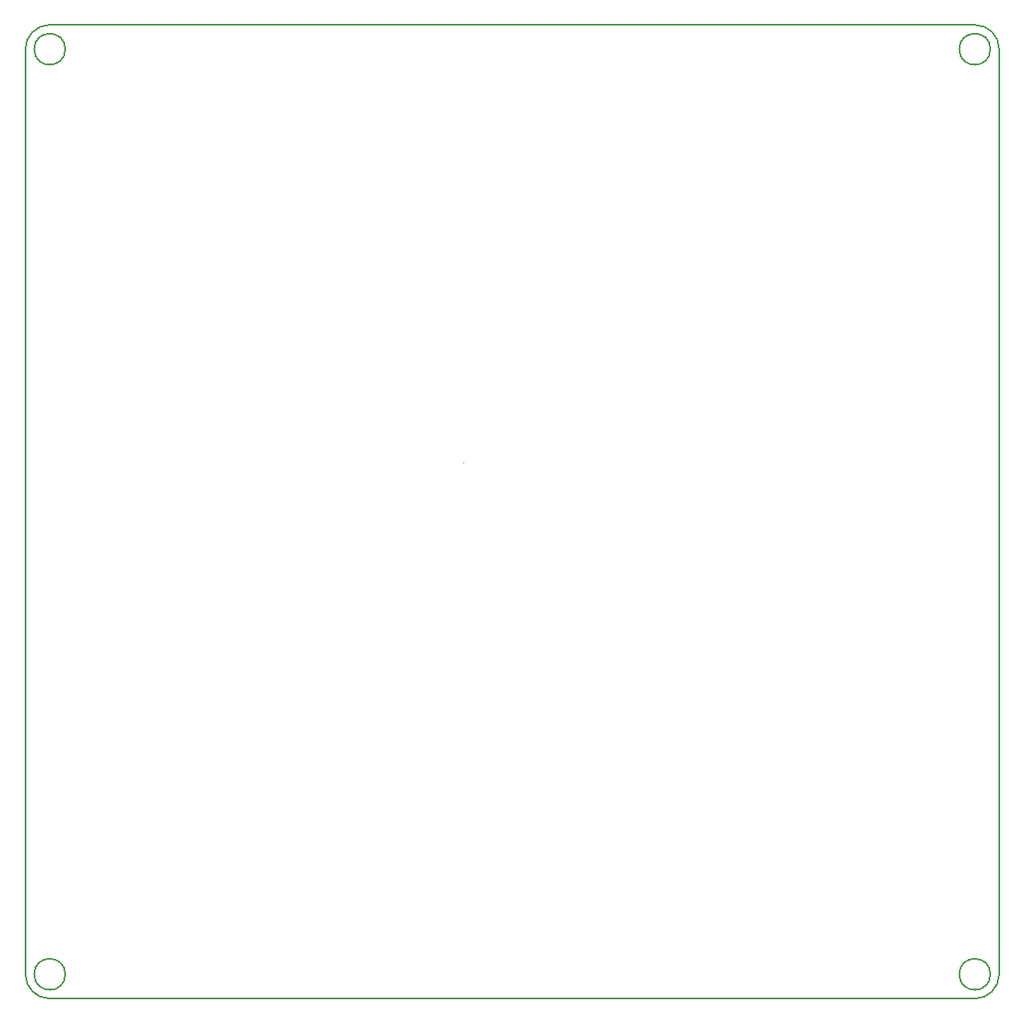
<source format=gbr>
%TF.GenerationSoftware,KiCad,Pcbnew,8.0.5*%
%TF.CreationDate,2024-12-03T18:07:43+01:00*%
%TF.ProjectId,ESC_drivers 1.4,4553435f-6472-4697-9665-727320312e34,rev?*%
%TF.SameCoordinates,Original*%
%TF.FileFunction,Profile,NP*%
%FSLAX46Y46*%
G04 Gerber Fmt 4.6, Leading zero omitted, Abs format (unit mm)*
G04 Created by KiCad (PCBNEW 8.0.5) date 2024-12-03 18:07:43*
%MOMM*%
%LPD*%
G01*
G04 APERTURE LIST*
%TA.AperFunction,Profile*%
%ADD10C,0.200000*%
%TD*%
%TA.AperFunction,Profile*%
%ADD11C,0.010050*%
%TD*%
G04 APERTURE END LIST*
D10*
X203748000Y-146304001D02*
G75*
G02*
X200548000Y-146304001I-1600000J0D01*
G01*
X200548000Y-146304001D02*
G75*
G02*
X203748000Y-146304001I1600000J0D01*
G01*
X107147999Y-148804001D02*
G75*
G02*
X104647999Y-146304000I1J2500001D01*
G01*
X204648000Y-51304001D02*
X204648000Y-146304001D01*
X107148000Y-48804001D02*
X202148000Y-48804001D01*
X108748000Y-146304001D02*
G75*
G02*
X105548000Y-146304001I-1600000J0D01*
G01*
X105548000Y-146304001D02*
G75*
G02*
X108748000Y-146304001I1600000J0D01*
G01*
X104648000Y-51304002D02*
G75*
G02*
X107148000Y-48804000I2500000J2D01*
G01*
X104648000Y-146304000D02*
X104648000Y-51304002D01*
X204648000Y-146304001D02*
G75*
G02*
X202148000Y-148804000I-2500000J1D01*
G01*
X202148000Y-148804001D02*
X107147999Y-148804001D01*
X202148000Y-48804001D02*
G75*
G02*
X204647999Y-51304001I0J-2499999D01*
G01*
X203748000Y-51304001D02*
G75*
G02*
X200548000Y-51304001I-1600000J0D01*
G01*
X200548000Y-51304001D02*
G75*
G02*
X203748000Y-51304001I1600000J0D01*
G01*
D11*
X149653025Y-93804001D02*
G75*
G02*
X149642975Y-93804001I-5025J0D01*
G01*
X149642975Y-93804001D02*
G75*
G02*
X149653025Y-93804001I5025J0D01*
G01*
D10*
X108748000Y-51304001D02*
G75*
G02*
X105548000Y-51304001I-1600000J0D01*
G01*
X105548000Y-51304001D02*
G75*
G02*
X108748000Y-51304001I1600000J0D01*
G01*
M02*

</source>
